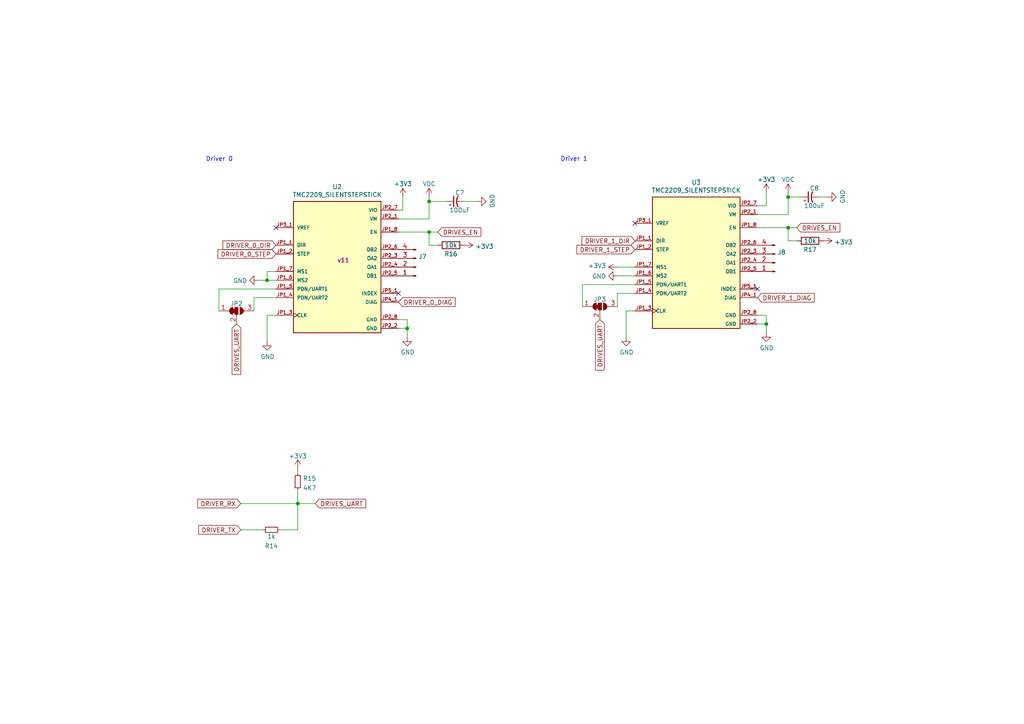
<source format=kicad_sch>
(kicad_sch (version 20211123) (generator eeschema)
  (paper "A4")
  (title_block (title "Canned ERCF Board") (date "2022-02-09") (rev "v1.0-beta2") (comment 1 "License: GPLv3") (comment 2 "by Gixxerfast based on design by Tircown"))
  (lib_symbols
    (symbol "Connector:Conn_01x04_Male" (pin_names (offset 1.016) hide)
      (property "Reference" "J" (at 0 5.08 0))
      (property "Value" "Conn_01x04_Male" (at 0 -7.62 0))
      (symbol "Conn_01x04_Male_1_1"
        (polyline (pts (xy 1.27 -5.08) (xy 0.8636 -5.08)) (stroke (width 0.1524)))
        (polyline (pts (xy 1.27 -2.54) (xy 0.8636 -2.54)) (stroke (width 0.1524)))
        (polyline (pts (xy 1.27 0) (xy 0.8636 0)) (stroke (width 0.1524)))
        (polyline (pts (xy 1.27 2.54) (xy 0.8636 2.54)) (stroke (width 0.1524)))
        (rectangle (start 0.8636 -4.953) (end 0 -5.207) (stroke (width 0.1524)) (fill (type outline)))
        (rectangle (start 0.8636 -2.413) (end 0 -2.667) (stroke (width 0.1524)) (fill (type outline)))
        (rectangle (start 0.8636 0.127) (end 0 -0.127) (stroke (width 0.1524)) (fill (type outline)))
        (rectangle (start 0.8636 2.667) (end 0 2.413) (stroke (width 0.1524)) (fill (type outline)))
        (pin passive line (at 5.08 2.54 180) (length 3.81) (name "Pin_1") (number "1"))
        (pin passive line (at 5.08 0 180) (length 3.81) (name "Pin_2") (number "2"))
        (pin passive line (at 5.08 -2.54 180) (length 3.81) (name "Pin_3") (number "3"))
        (pin passive line (at 5.08 -5.08 180) (length 3.81) (name "Pin_4") (number "4"))
      )
    )
    (symbol "Device:C_Polarized_Small_US" (pin_numbers hide) (pin_names (offset 0.254) hide)
      (property "Reference" "C" (at 0.254 1.778 0))
      (property "Value" "C_Polarized_Small_US" (at 0.254 -2.032 0))
      (symbol "C_Polarized_Small_US_0_1"
        (polyline (pts (xy -1.524 0.508) (xy 1.524 0.508)) (stroke (width 0.3048)))
        (polyline (pts (xy -1.27 1.524) (xy -0.762 1.524)))
        (polyline (pts (xy -1.016 1.27) (xy -1.016 1.778)))
        (arc (start 1.524 -0.762) (mid 0 -0.3734) (end -1.524 -0.762) (stroke (width 0.3048)))
      )
      (symbol "C_Polarized_Small_US_1_1"
        (pin passive line (at 0 2.54 270) (length 2.032) (name "~") (number "1"))
        (pin passive line (at 0 -2.54 90) (length 2.032) (name "~") (number "2"))
      )
    )
    (symbol "Device:R" (pin_numbers hide) (pin_names (offset 0))
      (property "Reference" "R" (at 2.032 0 90))
      (property "Value" "R" (at 0 0 90))
      (symbol "R_0_1"
        (rectangle (start -1.016 -2.54) (end 1.016 2.54) (stroke (width 0.254)))
      )
      (symbol "R_1_1"
        (pin passive line (at 0 3.81 270) (length 1.27) (name "~") (number "1"))
        (pin passive line (at 0 -3.81 90) (length 1.27) (name "~") (number "2"))
      )
    )
    (symbol "Device:R_Small" (pin_numbers hide) (pin_names (offset 0.254) hide)
      (property "Reference" "R" (at 0.762 0.508 0))
      (property "Value" "R_Small" (at 0.762 -1.016 0))
      (symbol "R_Small_0_1"
        (rectangle (start -0.762 1.778) (end 0.762 -1.778) (stroke (width 0.2032)))
      )
      (symbol "R_Small_1_1"
        (pin passive line (at 0 2.54 270) (length 0.762) (name "~") (number "1"))
        (pin passive line (at 0 -2.54 90) (length 0.762) (name "~") (number "2"))
      )
    )
    (symbol "Jumper:SolderJumper_3_Bridged12" (pin_names (offset 0) hide)
      (property "Reference" "JP" (at -2.54 -2.54 0))
      (property "Value" "SolderJumper_3_Bridged12" (at 0 2.794 0))
      (symbol "SolderJumper_3_Bridged12_0_1"
        (rectangle (start -1.016 0.508) (end -0.508 -0.508) (fill (type outline)))
        (arc (start -1.016 1.016) (mid -2.032 0) (end -1.016 -1.016))
        (arc (start -1.016 1.016) (mid -2.032 0) (end -1.016 -1.016) (fill (type outline)))
        (rectangle (start -0.508 1.016) (end 0.508 -1.016) (fill (type outline)))
        (polyline (pts (xy -2.54 0) (xy -2.032 0)))
        (polyline (pts (xy -1.016 1.016) (xy -1.016 -1.016)))
        (polyline (pts (xy 0 -1.27) (xy 0 -1.016)))
        (polyline (pts (xy 1.016 1.016) (xy 1.016 -1.016)))
        (polyline (pts (xy 2.54 0) (xy 2.032 0)))
        (arc (start 1.016 -1.016) (mid 2.032 0) (end 1.016 1.016))
        (arc (start 1.016 -1.016) (mid 2.032 0) (end 1.016 1.016) (fill (type outline)))
      )
      (symbol "SolderJumper_3_Bridged12_1_1"
        (pin passive line (at -5.08 0 0) (length 2.54) (name "A") (number "1"))
        (pin input line (at 0 -3.81 90) (length 2.54) (name "C") (number "2"))
        (pin passive line (at 5.08 0 180) (length 2.54) (name "B") (number "3"))
      )
    )
    (symbol "canned-ercf-board:TMC2209_SILENTSTEPSTICK" (pin_names (offset 1.016))
      (property "Reference" "U" (at -12.7 19.05 0))
      (property "Value" "TMC2209_SILENTSTEPSTICK" (at -12.7 -22.86 0))
      (property "PARTREV" "v11" (at 0 0 0))
      (symbol "TMC2209_SILENTSTEPSTICK_0_0"
        (rectangle (start -12.7 -20.32) (end 12.7 17.78) (stroke (width 0.254)) (fill (type background)))
        (pin input line (at -17.78 5.08 0) (length 5.08) (name "DIR") (number "JP1_1"))
        (pin input line (at -17.78 2.54 0) (length 5.08) (name "STEP") (number "JP1_2"))
        (pin input clock (at -17.78 -15.24 0) (length 5.08) (name "CLK") (number "JP1_3"))
        (pin bidirectional line (at -17.78 -10.16 0) (length 5.08) (name "PDN/UART2") (number "JP1_4"))
        (pin bidirectional line (at -17.78 -7.62 0) (length 5.08) (name "PDN/UART1") (number "JP1_5"))
        (pin input line (at -17.78 -5.08 0) (length 5.08) (name "MS2") (number "JP1_6"))
        (pin input line (at -17.78 -2.54 0) (length 5.08) (name "MS1") (number "JP1_7"))
        (pin input line (at 17.78 8.89 180) (length 5.08) (name "EN") (number "JP1_8"))
        (pin power_in line (at 17.78 12.7 180) (length 5.08) (name "VM") (number "JP2_1"))
        (pin power_in line (at 17.78 -19.05 180) (length 5.08) (name "GND") (number "JP2_2"))
        (pin passive line (at 17.78 1.27 180) (length 5.08) (name "OA2") (number "JP2_3"))
        (pin passive line (at 17.78 -1.27 180) (length 5.08) (name "OA1") (number "JP2_4"))
        (pin passive line (at 17.78 -3.81 180) (length 5.08) (name "OB1") (number "JP2_5"))
        (pin passive line (at 17.78 3.81 180) (length 5.08) (name "OB2") (number "JP2_6"))
        (pin power_in line (at 17.78 15.24 180) (length 5.08) (name "VIO") (number "JP2_7"))
        (pin power_in line (at 17.78 -16.51 180) (length 5.08) (name "GND") (number "JP2_8"))
        (pin input line (at -17.78 10.16 0) (length 5.08) (name "VREF") (number "JP3_1"))
        (pin output line (at 17.78 -11.43 180) (length 5.08) (name "DIAG") (number "JP4_1"))
        (pin output line (at 17.78 -8.89 180) (length 5.08) (name "INDEX") (number "JP5_1"))
      )
    )
    (symbol "power:+3.3V" (power) (pin_names (offset 0))
      (property "Value" "+3.3V" (at 0 3.556 0))
      (symbol "+3.3V_0_1"
        (polyline (pts (xy -0.762 1.27) (xy 0 2.54)))
        (polyline (pts (xy 0 0) (xy 0 2.54)))
        (polyline (pts (xy 0 2.54) (xy 0.762 1.27)))
      )
      (symbol "+3.3V_1_1"
        (pin power_in line (at 0 0 90) (length 0) hide (name "+3V3") (number "1"))
      )
    )
    (symbol "power:+3V3" (power) (pin_names (offset 0))
      (property "Value" "+3V3" (at 0 3.556 0))
      (symbol "+3V3_0_1"
        (polyline (pts (xy -0.762 1.27) (xy 0 2.54)))
        (polyline (pts (xy 0 0) (xy 0 2.54)))
        (polyline (pts (xy 0 2.54) (xy 0.762 1.27)))
      )
      (symbol "+3V3_1_1"
        (pin power_in line (at 0 0 90) (length 0) hide (name "+3V3") (number "1"))
      )
    )
    (symbol "power:GND" (power) (pin_names (offset 0))
      (property "Value" "GND" (at 0 -3.81 0))
      (symbol "GND_0_1"
        (polyline (pts (xy 0 0) (xy 0 -1.27) (xy 1.27 -1.27) (xy 0 -2.54) (xy -1.27 -1.27) (xy 0 -1.27)))
      )
      (symbol "GND_1_1"
        (pin power_in line (at 0 0 270) (length 0) hide (name "GND") (number "1"))
      )
    )
    (symbol "power:VDC" (power) (pin_names (offset 0))
      (property "Value" "VDC" (at 0 6.35 0))
      (symbol "VDC_0_1"
        (polyline (pts (xy -0.762 1.27) (xy 0 2.54)))
        (polyline (pts (xy 0 0) (xy 0 2.54)))
        (polyline (pts (xy 0 2.54) (xy 0.762 1.27)))
      )
      (symbol "VDC_1_1"
        (pin power_in line (at 0 0 90) (length 0) hide (name "VDC") (number "1"))
      )
    )
  )
  (junction (at 77.47 81.28))
  (junction (at 222.25 93.98))
  (junction (at 118.11 95.25))
  (junction (at 124.46 67.31))
  (junction (at 124.46 58.42))
  (junction (at 228.6 66.04))
  (junction (at 86.36 146.05))
  (junction (at 228.6 57.15))
  (no_connect (at 115.57 85.09))
  (no_connect (at 219.71 83.82))
  (no_connect (at 184.15 64.77))
  (no_connect (at 80.01 66.04))
  (wire (pts (xy 115.57 63.5) (xy 124.46 63.5)))
  (wire (pts (xy 80.01 86.36) (xy 73.66 86.36)))
  (wire (pts (xy 184.15 82.55) (xy 168.91 82.55)))
  (wire (pts (xy 77.47 78.74) (xy 77.47 81.28)))
  (wire (pts (xy 80.01 83.82) (xy 63.5 83.82)))
  (wire (pts (xy 222.25 55.88) (xy 222.25 59.69)))
  (wire (pts (xy 73.66 86.36) (xy 73.66 90.17)))
  (wire (pts (xy 124.46 71.12) (xy 124.46 67.31)))
  (wire (pts (xy 124.46 58.42) (xy 124.46 63.5)))
  (wire (pts (xy 69.85 146.05) (xy 86.36 146.05)))
  (wire (pts (xy 228.6 57.15) (xy 228.6 62.23)))
  (wire (pts (xy 228.6 57.15) (xy 232.41 57.15)))
  (wire (pts (xy 228.6 66.04) (xy 231.14 66.04)))
  (wire (pts (xy 222.25 59.69) (xy 219.71 59.69)))
  (wire (pts (xy 86.36 135.89) (xy 86.36 137.16)))
  (wire (pts (xy 63.5 83.82) (xy 63.5 90.17)))
  (wire (pts (xy 115.57 95.25) (xy 118.11 95.25)))
  (wire (pts (xy 179.07 77.47) (xy 184.15 77.47)))
  (wire (pts (xy 77.47 81.28) (xy 80.01 81.28)))
  (wire (pts (xy 86.36 142.24) (xy 86.36 146.05)))
  (wire (pts (xy 179.07 80.01) (xy 184.15 80.01)))
  (wire (pts (xy 86.36 153.67) (xy 86.36 146.05)))
  (wire (pts (xy 184.15 90.17) (xy 181.61 90.17)))
  (wire (pts (xy 134.62 58.42) (xy 138.43 58.42)))
  (wire (pts (xy 115.57 92.71) (xy 118.11 92.71)))
  (wire (pts (xy 231.14 69.85) (xy 228.6 69.85)))
  (wire (pts (xy 91.44 146.05) (xy 86.36 146.05)))
  (wire (pts (xy 118.11 95.25) (xy 118.11 97.79)))
  (wire (pts (xy 219.71 93.98) (xy 222.25 93.98)))
  (wire (pts (xy 80.01 78.74) (xy 77.47 78.74)))
  (wire (pts (xy 115.57 60.96) (xy 116.84 60.96)))
  (wire (pts (xy 222.25 93.98) (xy 222.25 96.52)))
  (wire (pts (xy 80.01 91.44) (xy 77.47 91.44)))
  (wire (pts (xy 228.6 69.85) (xy 228.6 66.04)))
  (wire (pts (xy 118.11 92.71) (xy 118.11 95.25)))
  (wire (pts (xy 228.6 55.88) (xy 228.6 57.15)))
  (wire (pts (xy 222.25 91.44) (xy 222.25 93.98)))
  (wire (pts (xy 219.71 66.04) (xy 228.6 66.04)))
  (wire (pts (xy 124.46 67.31) (xy 127 67.31)))
  (wire (pts (xy 124.46 57.15) (xy 124.46 58.42)))
  (wire (pts (xy 168.91 82.55) (xy 168.91 88.9)))
  (wire (pts (xy 115.57 67.31) (xy 124.46 67.31)))
  (wire (pts (xy 237.49 57.15) (xy 240.03 57.15)))
  (wire (pts (xy 179.07 85.09) (xy 179.07 88.9)))
  (wire (pts (xy 219.71 91.44) (xy 222.25 91.44)))
  (wire (pts (xy 81.28 153.67) (xy 86.36 153.67)))
  (wire (pts (xy 74.93 81.28) (xy 77.47 81.28)))
  (wire (pts (xy 124.46 58.42) (xy 129.54 58.42)))
  (wire (pts (xy 77.47 91.44) (xy 77.47 99.06)))
  (wire (pts (xy 76.2 153.67) (xy 69.85 153.67)))
  (wire (pts (xy 116.84 60.96) (xy 116.84 57.15)))
  (wire (pts (xy 184.15 85.09) (xy 179.07 85.09)))
  (wire (pts (xy 124.46 71.12) (xy 127 71.12)))
  (wire (pts (xy 219.71 62.23) (xy 228.6 62.23)))
  (wire (pts (xy 181.61 90.17) (xy 181.61 97.79)))
  (text "Driver 1" (at 162.56 46.99 0) (effects (font (size 1.27 1.27)) (justify left bottom)))
  (text "Driver 0" (at 59.69 46.99 0) (effects (font (size 1.27 1.27)) (justify left bottom)))
  (global_label "DRIVER_0_DIAG" (shape input) (at 115.57 87.63 0) (property "Intersheet References" "${INTERSHEET_REFS}" (effects hide)))
  (global_label "DRIVER_0_DIR" (shape input) (at 80.01 71.12 180) (property "Intersheet References" "${INTERSHEET_REFS}" (effects hide)))
  (global_label "DRIVES_UART" (shape input) (at 173.99 92.71 270) (property "Intersheet References" "${INTERSHEET_REFS}" (effects hide)))
  (global_label "DRIVER_TX" (shape input) (at 69.85 153.67 180) (property "Intersheet References" "${INTERSHEET_REFS}" (effects hide)))
  (global_label "DRIVES_UART" (shape input) (at 68.58 93.98 270) (property "Intersheet References" "${INTERSHEET_REFS}" (effects hide)))
  (global_label "DRIVER_0_STEP" (shape input) (at 80.01 73.66 180) (property "Intersheet References" "${INTERSHEET_REFS}" (effects hide)))
  (global_label "DRIVES_EN" (shape input) (at 127 67.31 0) (property "Intersheet References" "${INTERSHEET_REFS}" (effects hide)))
  (global_label "DRIVER_1_DIR" (shape input) (at 184.15 69.85 180) (property "Intersheet References" "${INTERSHEET_REFS}" (effects hide)))
  (global_label "DRIVER_1_STEP" (shape input) (at 184.15 72.39 180) (property "Intersheet References" "${INTERSHEET_REFS}" (effects hide)))
  (global_label "DRIVER_1_DIAG" (shape input) (at 219.71 86.36 0) (property "Intersheet References" "${INTERSHEET_REFS}" (effects hide)))
  (global_label "DRIVER_RX" (shape input) (at 69.85 146.05 180) (property "Intersheet References" "${INTERSHEET_REFS}" (effects hide)))
  (global_label "DRIVES_EN" (shape input) (at 231.14 66.04 0) (property "Intersheet References" "${INTERSHEET_REFS}" (effects hide)))
  (global_label "DRIVES_UART" (shape input) (at 91.44 146.05 0) (property "Intersheet References" "${INTERSHEET_REFS}" (effects hide)))
  (symbol (lib_id "power:GND") (at 179.07 80.01 270) (unit 1)
    (property "Reference" "#PWR026" (effects hide))
    (property "Value" "GND" (at 175.8188 80.137 90) (effects (justify right)))
  )
  (symbol (lib_id "canned-ercf-board:TMC2209_SILENTSTEPSTICK") (at 201.93 74.93 0) (unit 1) (in_bom no)
    (property "Reference" "U3" (at 201.93 52.9082 0))
    (property "Value" "TMC2209_SILENTSTEPSTICK" (at 201.93 55.2196 0))
    (property "Footprint" "MODULE_TMC2209_SILENTSTEPSTICK" (effects hide))
    (property "PARTREV" "v11" (effects hide))
    (property "MANUFACTURER" "Trinamic" (effects hide))
    (property "MAXIMUM_PACKAGE_HEIGHT" "N/A" (effects hide))
    (property "STANDARD" "Manufacturer Recommendations" (effects hide))
  )
  (symbol (lib_id "Connector:Conn_01x04_Male") (at 224.79 76.2 180) (unit 1) (in_bom no)
    (property "Reference" "J8" (at 225.5012 73.2028 0) (effects (justify right)))
    (property "Value" "Conn_01x04_Male" (effects hide))
    (property "Footprint" "Connector_Molex:Molex_KK-254_AE-6410-04A_1x04_P2.54mm_Vertical" (effects hide))
  )
  (symbol (lib_id "power:GND") (at 138.43 58.42 90) (unit 1)
    (property "Reference" "#PWR024" (effects hide))
    (property "Value" "GND" (at 142.8242 58.293 0))
    (property "Footprint" "Capacitor_SMD:CP_Elec_6.3x7.7" (effects hide))
  )
  (symbol (lib_id "power:VDC") (at 124.46 57.15 0) (unit 1)
    (property "Reference" "#PWR022" (effects hide))
    (property "Value" "VDC" (at 124.46 53.34 0))
  )
  (symbol (lib_id "power:+3V3") (at 86.36 135.89 0) (unit 1)
    (property "Reference" "#PWR019" (effects hide))
    (property "Value" "+3V3" (at 86.36 132.2855 0))
  )
  (symbol (lib_id "power:GND") (at 118.11 97.79 0) (unit 1)
    (property "Reference" "#PWR021" (effects hide))
    (property "Value" "GND" (at 118.237 102.1842 0))
  )
  (symbol (lib_id "canned-ercf-board:TMC2209_SILENTSTEPSTICK") (at 97.79 76.2 0) (unit 1) (in_bom no)
    (property "Reference" "U2" (at 97.79 54.1782 0))
    (property "Value" "TMC2209_SILENTSTEPSTICK" (at 97.79 56.4896 0))
    (property "Footprint" "MODULE_TMC2209_SILENTSTEPSTICK" (effects hide))
    (property "PARTREV" "v11" (at 97.79 76.2 0) (effects (justify left bottom)))
    (property "MANUFACTURER" "Trinamic" (effects hide))
    (property "MAXIMUM_PACKAGE_HEIGHT" "N/A" (effects hide))
    (property "STANDARD" "Manufacturer Recommendations" (effects hide))
  )
  (symbol (lib_id "Device:R") (at 130.81 71.12 90) (unit 1)
    (property "Reference" "R16" (at 130.81 73.66 90))
    (property "Value" "10k" (at 130.81 71.12 90))
    (property "Footprint" "Resistor_SMD:R_0603_1608Metric" (effects hide))
    (property "LCSC" "C25804" (effects hide))
    (property "Part" "0603WAF1002T5E" (effects hide))
  )
  (symbol (lib_id "power:GND") (at 181.61 97.79 0) (unit 1)
    (property "Reference" "#PWR027" (effects hide))
    (property "Value" "GND" (at 181.737 102.1842 0))
  )
  (symbol (lib_id "Device:R_Small") (at 78.74 153.67 270) (unit 1)
    (property "Reference" "R14" (at 78.74 158.3731 90))
    (property "Value" "1k" (at 78.74 155.598 90))
    (property "Footprint" "Resistor_SMD:R_0603_1608Metric" (effects hide))
    (property "LCSC" "C21190" (effects hide))
    (property "Part" "0603WAF1001T5E" (effects hide))
  )
  (symbol (lib_id "power:+3V3") (at 179.07 77.47 90) (unit 1)
    (property "Reference" "#PWR025" (effects hide))
    (property "Value" "+3V3" (at 175.8188 77.089 90) (effects (justify left)))
  )
  (symbol (lib_id "Device:R") (at 234.95 69.85 90) (unit 1)
    (property "Reference" "R17" (at 234.95 72.39 90))
    (property "Value" "10k" (at 234.95 69.85 90))
    (property "Footprint" "Resistor_SMD:R_0603_1608Metric" (effects hide))
    (property "LCSC" "C25804" (effects hide))
    (property "Part" "0603WAF1002T5E" (effects hide))
  )
  (symbol (lib_id "Device:C_Polarized_Small_US") (at 234.95 57.15 90) (unit 1)
    (property "Reference" "C8" (at 236.22 54.61 90))
    (property "Value" "100uF" (at 236.22 59.69 90))
    (property "Footprint" "Capacitor_SMD:CP_Elec_6.3x7.7" (effects hide))
    (property "LCSC" "C267470" (effects hide))
    (property "Part" "RT1V101M0607" (effects hide))
  )
  (symbol (lib_id "power:+3.3V") (at 222.25 55.88 0) (unit 1)
    (property "Reference" "#PWR028" (effects hide))
    (property "Value" "+3.3V" (at 222.25 52.07 0))
  )
  (symbol (lib_id "power:GND") (at 240.03 57.15 90) (unit 1)
    (property "Reference" "#PWR032" (effects hide))
    (property "Value" "GND" (at 244.4242 57.023 0))
  )
  (symbol (lib_id "Connector:Conn_01x04_Male") (at 120.65 77.47 180) (unit 1) (in_bom no)
    (property "Reference" "J7" (at 121.3612 74.4728 0) (effects (justify right)))
    (property "Value" "Conn_01x04_Male" (effects hide))
    (property "Footprint" "Connector_Molex:Molex_KK-254_AE-6410-04A_1x04_P2.54mm_Vertical" (effects hide))
  )
  (symbol (lib_id "power:+3V3") (at 134.62 71.12 270) (unit 1)
    (property "Reference" "#PWR023" (effects hide))
    (property "Value" "+3V3" (at 137.8712 71.501 90) (effects (justify left)))
  )
  (symbol (lib_id "power:GND") (at 74.93 81.28 270) (unit 1)
    (property "Reference" "#PWR017" (effects hide))
    (property "Value" "GND" (at 71.6788 81.407 90) (effects (justify right)))
  )
  (symbol (lib_id "Device:C_Polarized_Small_US") (at 132.08 58.42 90) (unit 1)
    (property "Reference" "C7" (at 133.35 55.88 90))
    (property "Value" "100uF" (at 133.35 60.96 90))
    (property "Footprint" "Capacitor_SMD:CP_Elec_6.3x7.7" (effects hide))
    (property "LCSC" "C267470" (effects hide))
    (property "Part" "RT1V101M0607" (effects hide))
  )
  (symbol (lib_id "power:VDC") (at 228.6 55.88 0) (unit 1)
    (property "Reference" "#PWR030" (effects hide))
    (property "Value" "VDC" (at 228.6 52.07 0))
  )
  (symbol (lib_id "Jumper:SolderJumper_3_Bridged12") (at 173.99 88.9 0) (unit 1) (in_bom no)
    (property "Reference" "JP3" (at 173.99 86.8195 0))
    (property "Value" "SolderJumper_3_Bridged12" (effects hide))
    (property "Footprint" "Jumper:SolderJumper-3_P1.3mm_Bridged12_RoundedPad1.0x1.5mm" (effects hide))
  )
  (symbol (lib_id "Device:R_Small") (at 86.36 139.7 0) (unit 1)
    (property "Reference" "R15" (at 87.8586 138.7915 0) (effects (justify left)))
    (property "Value" "4K7" (at 87.8586 141.5666 0) (effects (justify left)))
    (property "Footprint" "Resistor_SMD:R_0603_1608Metric" (effects hide))
    (property "LCSC" "C23162" (effects hide))
    (property "Part" "0603WAF4702T5E" (effects hide))
  )
  (symbol (lib_id "Jumper:SolderJumper_3_Bridged12") (at 68.58 90.17 0) (unit 1) (in_bom no)
    (property "Reference" "JP2" (at 68.58 88.0895 0))
    (property "Value" "SolderJumper_3_Bridged12" (effects hide))
    (property "Footprint" "Jumper:SolderJumper-3_P1.3mm_Bridged12_RoundedPad1.0x1.5mm" (effects hide))
  )
  (symbol (lib_id "power:GND") (at 222.25 96.52 0) (unit 1)
    (property "Reference" "#PWR029" (effects hide))
    (property "Value" "GND" (at 222.377 100.9142 0))
  )
  (symbol (lib_id "power:GND") (at 77.47 99.06 0) (unit 1)
    (property "Reference" "#PWR018" (effects hide))
    (property "Value" "GND" (at 77.597 103.4542 0))
  )
  (symbol (lib_id "power:+3V3") (at 238.76 69.85 270) (unit 1)
    (property "Reference" "#PWR031" (effects hide))
    (property "Value" "+3V3" (at 242.0112 70.231 90) (effects (justify left)))
  )
  (symbol (lib_id "power:+3V3") (at 116.84 57.15 0) (unit 1)
    (property "Reference" "#PWR020" (effects hide))
    (property "Value" "+3V3" (at 116.84 53.34 0))
  )
)
</source>
